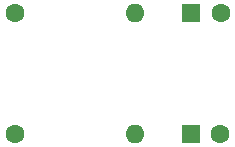
<source format=gbr>
%TF.GenerationSoftware,KiCad,Pcbnew,7.0.7*%
%TF.CreationDate,2023-08-19T03:36:19-07:00*%
%TF.ProjectId,genesis_m2_svideo_simple_standard,67656e65-7369-4735-9f6d-325f73766964,rev?*%
%TF.SameCoordinates,Original*%
%TF.FileFunction,Soldermask,Bot*%
%TF.FilePolarity,Negative*%
%FSLAX46Y46*%
G04 Gerber Fmt 4.6, Leading zero omitted, Abs format (unit mm)*
G04 Created by KiCad (PCBNEW 7.0.7) date 2023-08-19 03:36:19*
%MOMM*%
%LPD*%
G01*
G04 APERTURE LIST*
%ADD10R,1.600000X1.600000*%
%ADD11C,1.600000*%
%ADD12O,1.600000X1.600000*%
G04 APERTURE END LIST*
D10*
%TO.C,C2*%
X94869000Y-78867000D03*
D11*
X97369000Y-78867000D03*
%TD*%
%TO.C,R2*%
X80010000Y-78867000D03*
D12*
X90170000Y-78867000D03*
%TD*%
D11*
%TO.C,R1*%
X80010000Y-68580000D03*
D12*
X90170000Y-68580000D03*
%TD*%
D10*
%TO.C,C1*%
X94909000Y-68580000D03*
D11*
X97409000Y-68580000D03*
%TD*%
M02*

</source>
